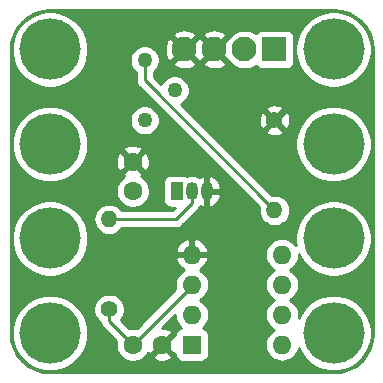
<source format=gbr>
G04 #@! TF.GenerationSoftware,KiCad,Pcbnew,(5.1.4)-1*
G04 #@! TF.CreationDate,2019-11-07T18:26:40-06:00*
G04 #@! TF.ProjectId,SensorBoard,53656e73-6f72-4426-9f61-72642e6b6963,rev?*
G04 #@! TF.SameCoordinates,Original*
G04 #@! TF.FileFunction,Copper,L2,Bot*
G04 #@! TF.FilePolarity,Positive*
%FSLAX46Y46*%
G04 Gerber Fmt 4.6, Leading zero omitted, Abs format (unit mm)*
G04 Created by KiCad (PCBNEW (5.1.4)-1) date 2019-11-07 18:26:40*
%MOMM*%
%LPD*%
G04 APERTURE LIST*
%ADD10C,5.200000*%
%ADD11O,1.600000X1.600000*%
%ADD12R,1.600000X1.600000*%
%ADD13R,1.050000X1.500000*%
%ADD14O,1.050000X1.500000*%
%ADD15C,1.260000*%
%ADD16O,1.400000X1.400000*%
%ADD17C,1.400000*%
%ADD18C,2.100000*%
%ADD19R,2.100000X2.100000*%
%ADD20C,1.600000*%
%ADD21C,0.250000*%
%ADD22C,0.254000*%
G04 APERTURE END LIST*
D10*
X16000000Y-8000000D03*
X16000000Y-16000000D03*
X16000000Y-24000000D03*
X16000000Y0D03*
X-8000000Y-16000000D03*
X-8000000Y-8000000D03*
X-8000000Y0D03*
X-8000000Y-24000000D03*
D11*
X11620000Y-25000000D03*
X4000000Y-17380000D03*
X11620000Y-22460000D03*
X4000000Y-19920000D03*
X11620000Y-19920000D03*
X4000000Y-22460000D03*
X11620000Y-17380000D03*
D12*
X4000000Y-25000000D03*
D13*
X2730000Y-12000000D03*
D14*
X5270000Y-12000000D03*
X4000000Y-12000000D03*
D15*
X0Y-6000000D03*
X2540000Y-3460000D03*
X0Y-920000D03*
D16*
X11000000Y-13620000D03*
D17*
X11000000Y-6000000D03*
D16*
X-3000000Y-14380000D03*
D17*
X-3000000Y-22000000D03*
D18*
X3380000Y0D03*
X5920000Y0D03*
X8460000Y0D03*
D19*
X11000000Y0D03*
D20*
X1500000Y-25000000D03*
X-1000000Y-25000000D03*
X-1000000Y-9500000D03*
X-1000000Y-12000000D03*
D21*
X-3000000Y-23000000D02*
X-1000000Y-25000000D01*
X-3000000Y-22000000D02*
X-3000000Y-23000000D01*
X4000000Y-20000000D02*
X4000000Y-19920000D01*
X-1000000Y-25000000D02*
X4000000Y-20000000D01*
X-2010051Y-14380000D02*
X-3000000Y-14380000D01*
X2620000Y-14380000D02*
X-2010051Y-14380000D01*
X4000000Y-13000000D02*
X2620000Y-14380000D01*
X4000000Y-12000000D02*
X4000000Y-13000000D01*
X0Y-2620000D02*
X0Y-920000D01*
X11000000Y-13620000D02*
X0Y-2620000D01*
D22*
G36*
X16648126Y3273286D02*
G01*
X17271572Y3085057D01*
X17846579Y2779319D01*
X18351247Y2367721D01*
X18766362Y1865933D01*
X19076105Y1293076D01*
X19268682Y670961D01*
X19340000Y-7584D01*
X19340001Y-23967711D01*
X19273286Y-24648126D01*
X19085057Y-25271570D01*
X18779323Y-25846573D01*
X18367721Y-26351248D01*
X17865933Y-26766362D01*
X17293077Y-27076104D01*
X16670961Y-27268682D01*
X15992417Y-27340000D01*
X-7967721Y-27340000D01*
X-8648126Y-27273286D01*
X-9271570Y-27085057D01*
X-9846573Y-26779323D01*
X-10351248Y-26367721D01*
X-10766362Y-25865933D01*
X-11076104Y-25293077D01*
X-11268682Y-24670961D01*
X-11340000Y-23992417D01*
X-11340000Y-23681380D01*
X-11235000Y-23681380D01*
X-11235000Y-24318620D01*
X-11110681Y-24943615D01*
X-10866820Y-25532347D01*
X-10512789Y-26062192D01*
X-10062192Y-26512789D01*
X-9532347Y-26866820D01*
X-8943615Y-27110681D01*
X-8318620Y-27235000D01*
X-7681380Y-27235000D01*
X-7056385Y-27110681D01*
X-6467653Y-26866820D01*
X-5937808Y-26512789D01*
X-5487211Y-26062192D01*
X-5133180Y-25532347D01*
X-4889319Y-24943615D01*
X-4765000Y-24318620D01*
X-4765000Y-23681380D01*
X-4889319Y-23056385D01*
X-5133180Y-22467653D01*
X-5487211Y-21937808D01*
X-5556505Y-21868514D01*
X-4335000Y-21868514D01*
X-4335000Y-22131486D01*
X-4283696Y-22389405D01*
X-4183061Y-22632359D01*
X-4036962Y-22851013D01*
X-3851013Y-23036962D01*
X-3753626Y-23102033D01*
X-3749002Y-23148985D01*
X-3705546Y-23292246D01*
X-3634974Y-23424276D01*
X-3579836Y-23491461D01*
X-3540000Y-23540001D01*
X-3511002Y-23563799D01*
X-2398688Y-24676114D01*
X-2435000Y-24858665D01*
X-2435000Y-25141335D01*
X-2379853Y-25418574D01*
X-2271680Y-25679727D01*
X-2114637Y-25914759D01*
X-1914759Y-26114637D01*
X-1679727Y-26271680D01*
X-1418574Y-26379853D01*
X-1141335Y-26435000D01*
X-858665Y-26435000D01*
X-581426Y-26379853D01*
X-320273Y-26271680D01*
X-85241Y-26114637D01*
X36694Y-25992702D01*
X686903Y-25992702D01*
X758486Y-26236671D01*
X1013996Y-26357571D01*
X1288184Y-26426300D01*
X1570512Y-26440217D01*
X1850130Y-26398787D01*
X2116292Y-26303603D01*
X2241514Y-26236671D01*
X2313097Y-25992702D01*
X1500000Y-25179605D01*
X686903Y-25992702D01*
X36694Y-25992702D01*
X114637Y-25914759D01*
X248692Y-25714131D01*
X263329Y-25741514D01*
X507298Y-25813097D01*
X1320395Y-25000000D01*
X1306253Y-24985858D01*
X1485858Y-24806253D01*
X1500000Y-24820395D01*
X2313097Y-24007298D01*
X2241514Y-23763329D01*
X1986004Y-23642429D01*
X1711816Y-23573700D01*
X1511000Y-23563801D01*
X2563145Y-22511657D01*
X2585764Y-22741309D01*
X2667818Y-23011808D01*
X2801068Y-23261101D01*
X2980392Y-23479608D01*
X3093482Y-23572419D01*
X3075518Y-23574188D01*
X2955820Y-23610498D01*
X2845506Y-23669463D01*
X2748815Y-23748815D01*
X2669463Y-23845506D01*
X2610498Y-23955820D01*
X2574188Y-24075518D01*
X2561928Y-24200000D01*
X2561928Y-24207215D01*
X2492702Y-24186903D01*
X1679605Y-25000000D01*
X2492702Y-25813097D01*
X2561928Y-25792785D01*
X2561928Y-25800000D01*
X2574188Y-25924482D01*
X2610498Y-26044180D01*
X2669463Y-26154494D01*
X2748815Y-26251185D01*
X2845506Y-26330537D01*
X2955820Y-26389502D01*
X3075518Y-26425812D01*
X3200000Y-26438072D01*
X4800000Y-26438072D01*
X4924482Y-26425812D01*
X5044180Y-26389502D01*
X5154494Y-26330537D01*
X5251185Y-26251185D01*
X5330537Y-26154494D01*
X5389502Y-26044180D01*
X5425812Y-25924482D01*
X5438072Y-25800000D01*
X5438072Y-24200000D01*
X5425812Y-24075518D01*
X5389502Y-23955820D01*
X5330537Y-23845506D01*
X5251185Y-23748815D01*
X5154494Y-23669463D01*
X5044180Y-23610498D01*
X4924482Y-23574188D01*
X4906518Y-23572419D01*
X5019608Y-23479608D01*
X5198932Y-23261101D01*
X5332182Y-23011808D01*
X5414236Y-22741309D01*
X5441943Y-22460000D01*
X5414236Y-22178691D01*
X5332182Y-21908192D01*
X5198932Y-21658899D01*
X5019608Y-21440392D01*
X4801101Y-21261068D01*
X4668142Y-21190000D01*
X4801101Y-21118932D01*
X5019608Y-20939608D01*
X5198932Y-20721101D01*
X5332182Y-20471808D01*
X5414236Y-20201309D01*
X5441943Y-19920000D01*
X5414236Y-19638691D01*
X5332182Y-19368192D01*
X5198932Y-19118899D01*
X5019608Y-18900392D01*
X4801101Y-18721068D01*
X4663318Y-18647421D01*
X4855131Y-18532385D01*
X5063519Y-18343414D01*
X5231037Y-18117420D01*
X5351246Y-17863087D01*
X5391904Y-17729039D01*
X5269915Y-17507000D01*
X4127000Y-17507000D01*
X4127000Y-17527000D01*
X3873000Y-17527000D01*
X3873000Y-17507000D01*
X2730085Y-17507000D01*
X2608096Y-17729039D01*
X2648754Y-17863087D01*
X2768963Y-18117420D01*
X2936481Y-18343414D01*
X3144869Y-18532385D01*
X3336682Y-18647421D01*
X3198899Y-18721068D01*
X2980392Y-18900392D01*
X2801068Y-19118899D01*
X2667818Y-19368192D01*
X2585764Y-19638691D01*
X2558057Y-19920000D01*
X2585764Y-20201309D01*
X2617912Y-20307287D01*
X-676113Y-23601312D01*
X-858665Y-23565000D01*
X-1141335Y-23565000D01*
X-1323886Y-23601312D01*
X-2018612Y-22906587D01*
X-1963038Y-22851013D01*
X-1816939Y-22632359D01*
X-1716304Y-22389405D01*
X-1665000Y-22131486D01*
X-1665000Y-21868514D01*
X-1716304Y-21610595D01*
X-1816939Y-21367641D01*
X-1963038Y-21148987D01*
X-2148987Y-20963038D01*
X-2367641Y-20816939D01*
X-2610595Y-20716304D01*
X-2868514Y-20665000D01*
X-3131486Y-20665000D01*
X-3389405Y-20716304D01*
X-3632359Y-20816939D01*
X-3851013Y-20963038D01*
X-4036962Y-21148987D01*
X-4183061Y-21367641D01*
X-4283696Y-21610595D01*
X-4335000Y-21868514D01*
X-5556505Y-21868514D01*
X-5937808Y-21487211D01*
X-6467653Y-21133180D01*
X-7056385Y-20889319D01*
X-7681380Y-20765000D01*
X-8318620Y-20765000D01*
X-8943615Y-20889319D01*
X-9532347Y-21133180D01*
X-10062192Y-21487211D01*
X-10512789Y-21937808D01*
X-10866820Y-22467653D01*
X-11110681Y-23056385D01*
X-11235000Y-23681380D01*
X-11340000Y-23681380D01*
X-11340000Y-15681380D01*
X-11235000Y-15681380D01*
X-11235000Y-16318620D01*
X-11110681Y-16943615D01*
X-10866820Y-17532347D01*
X-10512789Y-18062192D01*
X-10062192Y-18512789D01*
X-9532347Y-18866820D01*
X-8943615Y-19110681D01*
X-8318620Y-19235000D01*
X-7681380Y-19235000D01*
X-7056385Y-19110681D01*
X-6467653Y-18866820D01*
X-5937808Y-18512789D01*
X-5487211Y-18062192D01*
X-5133180Y-17532347D01*
X-5070076Y-17380000D01*
X10178057Y-17380000D01*
X10205764Y-17661309D01*
X10287818Y-17931808D01*
X10421068Y-18181101D01*
X10600392Y-18399608D01*
X10818899Y-18578932D01*
X10951858Y-18650000D01*
X10818899Y-18721068D01*
X10600392Y-18900392D01*
X10421068Y-19118899D01*
X10287818Y-19368192D01*
X10205764Y-19638691D01*
X10178057Y-19920000D01*
X10205764Y-20201309D01*
X10287818Y-20471808D01*
X10421068Y-20721101D01*
X10600392Y-20939608D01*
X10818899Y-21118932D01*
X10951858Y-21190000D01*
X10818899Y-21261068D01*
X10600392Y-21440392D01*
X10421068Y-21658899D01*
X10287818Y-21908192D01*
X10205764Y-22178691D01*
X10178057Y-22460000D01*
X10205764Y-22741309D01*
X10287818Y-23011808D01*
X10421068Y-23261101D01*
X10600392Y-23479608D01*
X10818899Y-23658932D01*
X10951858Y-23730000D01*
X10818899Y-23801068D01*
X10600392Y-23980392D01*
X10421068Y-24198899D01*
X10287818Y-24448192D01*
X10205764Y-24718691D01*
X10178057Y-25000000D01*
X10205764Y-25281309D01*
X10287818Y-25551808D01*
X10421068Y-25801101D01*
X10600392Y-26019608D01*
X10818899Y-26198932D01*
X11068192Y-26332182D01*
X11338691Y-26414236D01*
X11549508Y-26435000D01*
X11690492Y-26435000D01*
X11901309Y-26414236D01*
X12171808Y-26332182D01*
X12421101Y-26198932D01*
X12639608Y-26019608D01*
X12818932Y-25801101D01*
X12952182Y-25551808D01*
X13032106Y-25288332D01*
X13133180Y-25532347D01*
X13487211Y-26062192D01*
X13937808Y-26512789D01*
X14467653Y-26866820D01*
X15056385Y-27110681D01*
X15681380Y-27235000D01*
X16318620Y-27235000D01*
X16943615Y-27110681D01*
X17532347Y-26866820D01*
X18062192Y-26512789D01*
X18512789Y-26062192D01*
X18866820Y-25532347D01*
X19110681Y-24943615D01*
X19235000Y-24318620D01*
X19235000Y-23681380D01*
X19110681Y-23056385D01*
X18866820Y-22467653D01*
X18512789Y-21937808D01*
X18062192Y-21487211D01*
X17532347Y-21133180D01*
X16943615Y-20889319D01*
X16318620Y-20765000D01*
X15681380Y-20765000D01*
X15056385Y-20889319D01*
X14467653Y-21133180D01*
X13937808Y-21487211D01*
X13487211Y-21937808D01*
X13133180Y-22467653D01*
X13038731Y-22695673D01*
X13061943Y-22460000D01*
X13034236Y-22178691D01*
X12952182Y-21908192D01*
X12818932Y-21658899D01*
X12639608Y-21440392D01*
X12421101Y-21261068D01*
X12288142Y-21190000D01*
X12421101Y-21118932D01*
X12639608Y-20939608D01*
X12818932Y-20721101D01*
X12952182Y-20471808D01*
X13034236Y-20201309D01*
X13061943Y-19920000D01*
X13034236Y-19638691D01*
X12952182Y-19368192D01*
X12818932Y-19118899D01*
X12639608Y-18900392D01*
X12421101Y-18721068D01*
X12288142Y-18650000D01*
X12421101Y-18578932D01*
X12639608Y-18399608D01*
X12818932Y-18181101D01*
X12952182Y-17931808D01*
X13034236Y-17661309D01*
X13061943Y-17380000D01*
X13059406Y-17354241D01*
X13133180Y-17532347D01*
X13487211Y-18062192D01*
X13937808Y-18512789D01*
X14467653Y-18866820D01*
X15056385Y-19110681D01*
X15681380Y-19235000D01*
X16318620Y-19235000D01*
X16943615Y-19110681D01*
X17532347Y-18866820D01*
X18062192Y-18512789D01*
X18512789Y-18062192D01*
X18866820Y-17532347D01*
X19110681Y-16943615D01*
X19235000Y-16318620D01*
X19235000Y-15681380D01*
X19110681Y-15056385D01*
X18866820Y-14467653D01*
X18512789Y-13937808D01*
X18062192Y-13487211D01*
X17532347Y-13133180D01*
X16943615Y-12889319D01*
X16318620Y-12765000D01*
X15681380Y-12765000D01*
X15056385Y-12889319D01*
X14467653Y-13133180D01*
X13937808Y-13487211D01*
X13487211Y-13937808D01*
X13133180Y-14467653D01*
X12889319Y-15056385D01*
X12765000Y-15681380D01*
X12765000Y-16318620D01*
X12816082Y-16575426D01*
X12639608Y-16360392D01*
X12421101Y-16181068D01*
X12171808Y-16047818D01*
X11901309Y-15965764D01*
X11690492Y-15945000D01*
X11549508Y-15945000D01*
X11338691Y-15965764D01*
X11068192Y-16047818D01*
X10818899Y-16181068D01*
X10600392Y-16360392D01*
X10421068Y-16578899D01*
X10287818Y-16828192D01*
X10205764Y-17098691D01*
X10178057Y-17380000D01*
X-5070076Y-17380000D01*
X-4925499Y-17030961D01*
X2608096Y-17030961D01*
X2730085Y-17253000D01*
X3873000Y-17253000D01*
X3873000Y-16109376D01*
X4127000Y-16109376D01*
X4127000Y-17253000D01*
X5269915Y-17253000D01*
X5391904Y-17030961D01*
X5351246Y-16896913D01*
X5231037Y-16642580D01*
X5063519Y-16416586D01*
X4855131Y-16227615D01*
X4613881Y-16082930D01*
X4349040Y-15988091D01*
X4127000Y-16109376D01*
X3873000Y-16109376D01*
X3650960Y-15988091D01*
X3386119Y-16082930D01*
X3144869Y-16227615D01*
X2936481Y-16416586D01*
X2768963Y-16642580D01*
X2648754Y-16896913D01*
X2608096Y-17030961D01*
X-4925499Y-17030961D01*
X-4889319Y-16943615D01*
X-4765000Y-16318620D01*
X-4765000Y-15681380D01*
X-4889319Y-15056385D01*
X-5133180Y-14467653D01*
X-5191747Y-14380000D01*
X-4341459Y-14380000D01*
X-4315683Y-14641706D01*
X-4239347Y-14893354D01*
X-4115382Y-15125275D01*
X-3948555Y-15328555D01*
X-3745275Y-15495382D01*
X-3513354Y-15619347D01*
X-3261706Y-15695683D01*
X-3065579Y-15715000D01*
X-2934421Y-15715000D01*
X-2738294Y-15695683D01*
X-2486646Y-15619347D01*
X-2254725Y-15495382D01*
X-2051445Y-15328555D01*
X-1896702Y-15140000D01*
X2582678Y-15140000D01*
X2620000Y-15143676D01*
X2657322Y-15140000D01*
X2657333Y-15140000D01*
X2768986Y-15129003D01*
X2912247Y-15085546D01*
X3044276Y-15014974D01*
X3160001Y-14920001D01*
X3183804Y-14890997D01*
X4511003Y-13563799D01*
X4540001Y-13540001D01*
X4634974Y-13424276D01*
X4705546Y-13292247D01*
X4717431Y-13253065D01*
X4902663Y-13335272D01*
X4964190Y-13343964D01*
X5143000Y-13218163D01*
X5143000Y-12453108D01*
X5143215Y-12452399D01*
X5160000Y-12281978D01*
X5160000Y-12127000D01*
X5397000Y-12127000D01*
X5397000Y-13218163D01*
X5575810Y-13343964D01*
X5637337Y-13335272D01*
X5846882Y-13242275D01*
X6034258Y-13110184D01*
X6192264Y-12944076D01*
X6314828Y-12750334D01*
X6397239Y-12536404D01*
X6436331Y-12310507D01*
X6276598Y-12127000D01*
X5397000Y-12127000D01*
X5160000Y-12127000D01*
X5160000Y-11718021D01*
X5143215Y-11547600D01*
X5143000Y-11546891D01*
X5143000Y-10781837D01*
X5397000Y-10781837D01*
X5397000Y-11873000D01*
X6276598Y-11873000D01*
X6436331Y-11689493D01*
X6397239Y-11463596D01*
X6314828Y-11249666D01*
X6192264Y-11055924D01*
X6034258Y-10889816D01*
X5846882Y-10757725D01*
X5637337Y-10664728D01*
X5575810Y-10656036D01*
X5397000Y-10781837D01*
X5143000Y-10781837D01*
X4964190Y-10656036D01*
X4902663Y-10664728D01*
X4693118Y-10757725D01*
X4634669Y-10798929D01*
X4446059Y-10698115D01*
X4227399Y-10631785D01*
X4000000Y-10609388D01*
X3772600Y-10631785D01*
X3563902Y-10695093D01*
X3499180Y-10660498D01*
X3379482Y-10624188D01*
X3255000Y-10611928D01*
X2205000Y-10611928D01*
X2080518Y-10624188D01*
X1960820Y-10660498D01*
X1850506Y-10719463D01*
X1753815Y-10798815D01*
X1674463Y-10895506D01*
X1615498Y-11005820D01*
X1579188Y-11125518D01*
X1566928Y-11250000D01*
X1566928Y-12750000D01*
X1579188Y-12874482D01*
X1615498Y-12994180D01*
X1674463Y-13104494D01*
X1753815Y-13201185D01*
X1850506Y-13280537D01*
X1960820Y-13339502D01*
X2080518Y-13375812D01*
X2205000Y-13388072D01*
X2537127Y-13388072D01*
X2305199Y-13620000D01*
X-1896702Y-13620000D01*
X-2051445Y-13431445D01*
X-2254725Y-13264618D01*
X-2486646Y-13140653D01*
X-2738294Y-13064317D01*
X-2934421Y-13045000D01*
X-3065579Y-13045000D01*
X-3261706Y-13064317D01*
X-3513354Y-13140653D01*
X-3745275Y-13264618D01*
X-3948555Y-13431445D01*
X-4115382Y-13634725D01*
X-4239347Y-13866646D01*
X-4315683Y-14118294D01*
X-4341459Y-14380000D01*
X-5191747Y-14380000D01*
X-5487211Y-13937808D01*
X-5937808Y-13487211D01*
X-6467653Y-13133180D01*
X-7056385Y-12889319D01*
X-7681380Y-12765000D01*
X-8318620Y-12765000D01*
X-8943615Y-12889319D01*
X-9532347Y-13133180D01*
X-10062192Y-13487211D01*
X-10512789Y-13937808D01*
X-10866820Y-14467653D01*
X-11110681Y-15056385D01*
X-11235000Y-15681380D01*
X-11340000Y-15681380D01*
X-11340000Y-11858665D01*
X-2435000Y-11858665D01*
X-2435000Y-12141335D01*
X-2379853Y-12418574D01*
X-2271680Y-12679727D01*
X-2114637Y-12914759D01*
X-1914759Y-13114637D01*
X-1679727Y-13271680D01*
X-1418574Y-13379853D01*
X-1141335Y-13435000D01*
X-858665Y-13435000D01*
X-581426Y-13379853D01*
X-320273Y-13271680D01*
X-85241Y-13114637D01*
X114637Y-12914759D01*
X271680Y-12679727D01*
X379853Y-12418574D01*
X435000Y-12141335D01*
X435000Y-11858665D01*
X379853Y-11581426D01*
X271680Y-11320273D01*
X114637Y-11085241D01*
X-85241Y-10885363D01*
X-285869Y-10751308D01*
X-258486Y-10736671D01*
X-186903Y-10492702D01*
X-1000000Y-9679605D01*
X-1813097Y-10492702D01*
X-1741514Y-10736671D01*
X-1712659Y-10750324D01*
X-1914759Y-10885363D01*
X-2114637Y-11085241D01*
X-2271680Y-11320273D01*
X-2379853Y-11581426D01*
X-2435000Y-11858665D01*
X-11340000Y-11858665D01*
X-11340000Y-7681380D01*
X-11235000Y-7681380D01*
X-11235000Y-8318620D01*
X-11110681Y-8943615D01*
X-10866820Y-9532347D01*
X-10512789Y-10062192D01*
X-10062192Y-10512789D01*
X-9532347Y-10866820D01*
X-8943615Y-11110681D01*
X-8318620Y-11235000D01*
X-7681380Y-11235000D01*
X-7056385Y-11110681D01*
X-6467653Y-10866820D01*
X-5937808Y-10512789D01*
X-5487211Y-10062192D01*
X-5158682Y-9570512D01*
X-2440217Y-9570512D01*
X-2398787Y-9850130D01*
X-2303603Y-10116292D01*
X-2236671Y-10241514D01*
X-1992702Y-10313097D01*
X-1179605Y-9500000D01*
X-820395Y-9500000D01*
X-7298Y-10313097D01*
X236671Y-10241514D01*
X357571Y-9986004D01*
X426300Y-9711816D01*
X440217Y-9429488D01*
X398787Y-9149870D01*
X303603Y-8883708D01*
X236671Y-8758486D01*
X-7298Y-8686903D01*
X-820395Y-9500000D01*
X-1179605Y-9500000D01*
X-1992702Y-8686903D01*
X-2236671Y-8758486D01*
X-2357571Y-9013996D01*
X-2426300Y-9288184D01*
X-2440217Y-9570512D01*
X-5158682Y-9570512D01*
X-5133180Y-9532347D01*
X-4889319Y-8943615D01*
X-4802531Y-8507298D01*
X-1813097Y-8507298D01*
X-1000000Y-9320395D01*
X-186903Y-8507298D01*
X-258486Y-8263329D01*
X-513996Y-8142429D01*
X-788184Y-8073700D01*
X-1070512Y-8059783D01*
X-1350130Y-8101213D01*
X-1616292Y-8196397D01*
X-1741514Y-8263329D01*
X-1813097Y-8507298D01*
X-4802531Y-8507298D01*
X-4765000Y-8318620D01*
X-4765000Y-7681380D01*
X-4889319Y-7056385D01*
X-5133180Y-6467653D01*
X-5487211Y-5937808D01*
X-5549611Y-5875408D01*
X-1265000Y-5875408D01*
X-1265000Y-6124592D01*
X-1216387Y-6368987D01*
X-1121029Y-6599202D01*
X-982590Y-6806391D01*
X-806391Y-6982590D01*
X-599202Y-7121029D01*
X-368987Y-7216387D01*
X-124592Y-7265000D01*
X124592Y-7265000D01*
X368987Y-7216387D01*
X599202Y-7121029D01*
X806391Y-6982590D01*
X982590Y-6806391D01*
X1121029Y-6599202D01*
X1216387Y-6368987D01*
X1265000Y-6124592D01*
X1265000Y-5875408D01*
X1216387Y-5631013D01*
X1121029Y-5400798D01*
X982590Y-5193609D01*
X806391Y-5017410D01*
X599202Y-4878971D01*
X368987Y-4783613D01*
X124592Y-4735000D01*
X-124592Y-4735000D01*
X-368987Y-4783613D01*
X-599202Y-4878971D01*
X-806391Y-5017410D01*
X-982590Y-5193609D01*
X-1121029Y-5400798D01*
X-1216387Y-5631013D01*
X-1265000Y-5875408D01*
X-5549611Y-5875408D01*
X-5937808Y-5487211D01*
X-6467653Y-5133180D01*
X-7056385Y-4889319D01*
X-7681380Y-4765000D01*
X-8318620Y-4765000D01*
X-8943615Y-4889319D01*
X-9532347Y-5133180D01*
X-10062192Y-5487211D01*
X-10512789Y-5937808D01*
X-10866820Y-6467653D01*
X-11110681Y-7056385D01*
X-11235000Y-7681380D01*
X-11340000Y-7681380D01*
X-11340000Y-32278D01*
X-11305595Y318620D01*
X-11235000Y318620D01*
X-11235000Y-318620D01*
X-11110681Y-943615D01*
X-10866820Y-1532347D01*
X-10512789Y-2062192D01*
X-10062192Y-2512789D01*
X-9532347Y-2866820D01*
X-8943615Y-3110681D01*
X-8318620Y-3235000D01*
X-7681380Y-3235000D01*
X-7056385Y-3110681D01*
X-6467653Y-2866820D01*
X-5937808Y-2512789D01*
X-5487211Y-2062192D01*
X-5133180Y-1532347D01*
X-4889319Y-943615D01*
X-4859839Y-795408D01*
X-1265000Y-795408D01*
X-1265000Y-1044592D01*
X-1216387Y-1288987D01*
X-1121029Y-1519202D01*
X-982590Y-1726391D01*
X-806391Y-1902590D01*
X-760000Y-1933588D01*
X-760000Y-2582677D01*
X-763676Y-2620000D01*
X-760000Y-2657322D01*
X-760000Y-2657332D01*
X-749003Y-2768985D01*
X-705546Y-2912246D01*
X-634974Y-3044276D01*
X-596617Y-3091013D01*
X-540001Y-3160001D01*
X-510997Y-3183804D01*
X9682450Y-13377252D01*
X9658541Y-13620000D01*
X9684317Y-13881706D01*
X9760653Y-14133354D01*
X9884618Y-14365275D01*
X10051445Y-14568555D01*
X10254725Y-14735382D01*
X10486646Y-14859347D01*
X10738294Y-14935683D01*
X10934421Y-14955000D01*
X11065579Y-14955000D01*
X11261706Y-14935683D01*
X11513354Y-14859347D01*
X11745275Y-14735382D01*
X11948555Y-14568555D01*
X12115382Y-14365275D01*
X12239347Y-14133354D01*
X12315683Y-13881706D01*
X12341459Y-13620000D01*
X12315683Y-13358294D01*
X12239347Y-13106646D01*
X12115382Y-12874725D01*
X11948555Y-12671445D01*
X11745275Y-12504618D01*
X11513354Y-12380653D01*
X11261706Y-12304317D01*
X11065579Y-12285000D01*
X10934421Y-12285000D01*
X10757252Y-12302450D01*
X6136182Y-7681380D01*
X12765000Y-7681380D01*
X12765000Y-8318620D01*
X12889319Y-8943615D01*
X13133180Y-9532347D01*
X13487211Y-10062192D01*
X13937808Y-10512789D01*
X14467653Y-10866820D01*
X15056385Y-11110681D01*
X15681380Y-11235000D01*
X16318620Y-11235000D01*
X16943615Y-11110681D01*
X17532347Y-10866820D01*
X18062192Y-10512789D01*
X18512789Y-10062192D01*
X18866820Y-9532347D01*
X19110681Y-8943615D01*
X19235000Y-8318620D01*
X19235000Y-7681380D01*
X19110681Y-7056385D01*
X18866820Y-6467653D01*
X18512789Y-5937808D01*
X18062192Y-5487211D01*
X17532347Y-5133180D01*
X16943615Y-4889319D01*
X16318620Y-4765000D01*
X15681380Y-4765000D01*
X15056385Y-4889319D01*
X14467653Y-5133180D01*
X13937808Y-5487211D01*
X13487211Y-5937808D01*
X13133180Y-6467653D01*
X12889319Y-7056385D01*
X12765000Y-7681380D01*
X6136182Y-7681380D01*
X5376071Y-6921269D01*
X10258336Y-6921269D01*
X10317797Y-7155037D01*
X10556242Y-7265934D01*
X10811740Y-7328183D01*
X11074473Y-7339390D01*
X11334344Y-7299125D01*
X11581366Y-7208935D01*
X11682203Y-7155037D01*
X11741664Y-6921269D01*
X11000000Y-6179605D01*
X10258336Y-6921269D01*
X5376071Y-6921269D01*
X4529275Y-6074473D01*
X9660610Y-6074473D01*
X9700875Y-6334344D01*
X9791065Y-6581366D01*
X9844963Y-6682203D01*
X10078731Y-6741664D01*
X10820395Y-6000000D01*
X11179605Y-6000000D01*
X11921269Y-6741664D01*
X12155037Y-6682203D01*
X12265934Y-6443758D01*
X12328183Y-6188260D01*
X12339390Y-5925527D01*
X12299125Y-5665656D01*
X12208935Y-5418634D01*
X12155037Y-5317797D01*
X11921269Y-5258336D01*
X11179605Y-6000000D01*
X10820395Y-6000000D01*
X10078731Y-5258336D01*
X9844963Y-5317797D01*
X9734066Y-5556242D01*
X9671817Y-5811740D01*
X9660610Y-6074473D01*
X4529275Y-6074473D01*
X3533533Y-5078731D01*
X10258336Y-5078731D01*
X11000000Y-5820395D01*
X11741664Y-5078731D01*
X11682203Y-4844963D01*
X11443758Y-4734066D01*
X11188260Y-4671817D01*
X10925527Y-4660610D01*
X10665656Y-4700875D01*
X10418634Y-4791065D01*
X10317797Y-4844963D01*
X10258336Y-5078731D01*
X3533533Y-5078731D01*
X3066107Y-4611306D01*
X3139202Y-4581029D01*
X3346391Y-4442590D01*
X3522590Y-4266391D01*
X3661029Y-4059202D01*
X3756387Y-3828987D01*
X3805000Y-3584592D01*
X3805000Y-3335408D01*
X3756387Y-3091013D01*
X3661029Y-2860798D01*
X3522590Y-2653609D01*
X3346391Y-2477410D01*
X3139202Y-2338971D01*
X2908987Y-2243613D01*
X2664592Y-2195000D01*
X2415408Y-2195000D01*
X2171013Y-2243613D01*
X1940798Y-2338971D01*
X1733609Y-2477410D01*
X1557410Y-2653609D01*
X1418971Y-2860798D01*
X1388694Y-2933893D01*
X760000Y-2305199D01*
X760000Y-1933587D01*
X806391Y-1902590D01*
X982590Y-1726391D01*
X1121029Y-1519202D01*
X1216387Y-1288987D01*
X1239842Y-1171066D01*
X2388539Y-1171066D01*
X2490339Y-1440579D01*
X2788477Y-1586463D01*
X3109346Y-1671380D01*
X3440617Y-1692066D01*
X3769557Y-1647728D01*
X4083527Y-1540069D01*
X4269661Y-1440579D01*
X4371461Y-1171066D01*
X4928539Y-1171066D01*
X5030339Y-1440579D01*
X5328477Y-1586463D01*
X5649346Y-1671380D01*
X5980617Y-1692066D01*
X6309557Y-1647728D01*
X6623527Y-1540069D01*
X6809661Y-1440579D01*
X6911461Y-1171066D01*
X5920000Y-179605D01*
X4928539Y-1171066D01*
X4371461Y-1171066D01*
X3380000Y-179605D01*
X2388539Y-1171066D01*
X1239842Y-1171066D01*
X1265000Y-1044592D01*
X1265000Y-795408D01*
X1216387Y-551013D01*
X1121029Y-320798D01*
X982590Y-113609D01*
X929598Y-60617D01*
X1687934Y-60617D01*
X1732272Y-389557D01*
X1839931Y-703527D01*
X1939421Y-889661D01*
X2208934Y-991461D01*
X3200395Y0D01*
X3559605Y0D01*
X4551066Y-991461D01*
X4650000Y-954092D01*
X4748934Y-991461D01*
X5740395Y0D01*
X6099605Y0D01*
X7091066Y-991461D01*
X7094958Y-989991D01*
X7151175Y-1074125D01*
X7385875Y-1308825D01*
X7661853Y-1493228D01*
X7968504Y-1620246D01*
X8294042Y-1685000D01*
X8625958Y-1685000D01*
X8951496Y-1620246D01*
X9258147Y-1493228D01*
X9411958Y-1390454D01*
X9419463Y-1404494D01*
X9498815Y-1501185D01*
X9595506Y-1580537D01*
X9705820Y-1639502D01*
X9825518Y-1675812D01*
X9950000Y-1688072D01*
X12050000Y-1688072D01*
X12174482Y-1675812D01*
X12294180Y-1639502D01*
X12404494Y-1580537D01*
X12501185Y-1501185D01*
X12580537Y-1404494D01*
X12639502Y-1294180D01*
X12675812Y-1174482D01*
X12688072Y-1050000D01*
X12688072Y318620D01*
X12765000Y318620D01*
X12765000Y-318620D01*
X12889319Y-943615D01*
X13133180Y-1532347D01*
X13487211Y-2062192D01*
X13937808Y-2512789D01*
X14467653Y-2866820D01*
X15056385Y-3110681D01*
X15681380Y-3235000D01*
X16318620Y-3235000D01*
X16943615Y-3110681D01*
X17532347Y-2866820D01*
X18062192Y-2512789D01*
X18512789Y-2062192D01*
X18866820Y-1532347D01*
X19110681Y-943615D01*
X19235000Y-318620D01*
X19235000Y318620D01*
X19110681Y943615D01*
X18866820Y1532347D01*
X18512789Y2062192D01*
X18062192Y2512789D01*
X17532347Y2866820D01*
X16943615Y3110681D01*
X16318620Y3235000D01*
X15681380Y3235000D01*
X15056385Y3110681D01*
X14467653Y2866820D01*
X13937808Y2512789D01*
X13487211Y2062192D01*
X13133180Y1532347D01*
X12889319Y943615D01*
X12765000Y318620D01*
X12688072Y318620D01*
X12688072Y1050000D01*
X12675812Y1174482D01*
X12639502Y1294180D01*
X12580537Y1404494D01*
X12501185Y1501185D01*
X12404494Y1580537D01*
X12294180Y1639502D01*
X12174482Y1675812D01*
X12050000Y1688072D01*
X9950000Y1688072D01*
X9825518Y1675812D01*
X9705820Y1639502D01*
X9595506Y1580537D01*
X9498815Y1501185D01*
X9419463Y1404494D01*
X9411958Y1390454D01*
X9258147Y1493228D01*
X8951496Y1620246D01*
X8625958Y1685000D01*
X8294042Y1685000D01*
X7968504Y1620246D01*
X7661853Y1493228D01*
X7385875Y1308825D01*
X7151175Y1074125D01*
X7094958Y989991D01*
X7091066Y991461D01*
X6099605Y0D01*
X5740395Y0D01*
X4748934Y991461D01*
X4650000Y954092D01*
X4551066Y991461D01*
X3559605Y0D01*
X3200395Y0D01*
X2208934Y991461D01*
X1939421Y889661D01*
X1793537Y591523D01*
X1708620Y270654D01*
X1687934Y-60617D01*
X929598Y-60617D01*
X806391Y62590D01*
X599202Y201029D01*
X368987Y296387D01*
X124592Y345000D01*
X-124592Y345000D01*
X-368987Y296387D01*
X-599202Y201029D01*
X-806391Y62590D01*
X-982590Y-113609D01*
X-1121029Y-320798D01*
X-1216387Y-551013D01*
X-1265000Y-795408D01*
X-4859839Y-795408D01*
X-4765000Y-318620D01*
X-4765000Y318620D01*
X-4889319Y943615D01*
X-4983532Y1171066D01*
X2388539Y1171066D01*
X3380000Y179605D01*
X4371461Y1171066D01*
X4928539Y1171066D01*
X5920000Y179605D01*
X6911461Y1171066D01*
X6809661Y1440579D01*
X6511523Y1586463D01*
X6190654Y1671380D01*
X5859383Y1692066D01*
X5530443Y1647728D01*
X5216473Y1540069D01*
X5030339Y1440579D01*
X4928539Y1171066D01*
X4371461Y1171066D01*
X4269661Y1440579D01*
X3971523Y1586463D01*
X3650654Y1671380D01*
X3319383Y1692066D01*
X2990443Y1647728D01*
X2676473Y1540069D01*
X2490339Y1440579D01*
X2388539Y1171066D01*
X-4983532Y1171066D01*
X-5133180Y1532347D01*
X-5487211Y2062192D01*
X-5937808Y2512789D01*
X-6467653Y2866820D01*
X-7056385Y3110681D01*
X-7681380Y3235000D01*
X-8318620Y3235000D01*
X-8943615Y3110681D01*
X-9532347Y2866820D01*
X-10062192Y2512789D01*
X-10512789Y2062192D01*
X-10866820Y1532347D01*
X-11110681Y943615D01*
X-11235000Y318620D01*
X-11305595Y318620D01*
X-11273286Y648126D01*
X-11085057Y1271572D01*
X-10779319Y1846579D01*
X-10367721Y2351247D01*
X-9865933Y2766362D01*
X-9293076Y3076105D01*
X-8670961Y3268682D01*
X-7992416Y3340000D01*
X15967722Y3340000D01*
X16648126Y3273286D01*
X16648126Y3273286D01*
G37*
X16648126Y3273286D02*
X17271572Y3085057D01*
X17846579Y2779319D01*
X18351247Y2367721D01*
X18766362Y1865933D01*
X19076105Y1293076D01*
X19268682Y670961D01*
X19340000Y-7584D01*
X19340001Y-23967711D01*
X19273286Y-24648126D01*
X19085057Y-25271570D01*
X18779323Y-25846573D01*
X18367721Y-26351248D01*
X17865933Y-26766362D01*
X17293077Y-27076104D01*
X16670961Y-27268682D01*
X15992417Y-27340000D01*
X-7967721Y-27340000D01*
X-8648126Y-27273286D01*
X-9271570Y-27085057D01*
X-9846573Y-26779323D01*
X-10351248Y-26367721D01*
X-10766362Y-25865933D01*
X-11076104Y-25293077D01*
X-11268682Y-24670961D01*
X-11340000Y-23992417D01*
X-11340000Y-23681380D01*
X-11235000Y-23681380D01*
X-11235000Y-24318620D01*
X-11110681Y-24943615D01*
X-10866820Y-25532347D01*
X-10512789Y-26062192D01*
X-10062192Y-26512789D01*
X-9532347Y-26866820D01*
X-8943615Y-27110681D01*
X-8318620Y-27235000D01*
X-7681380Y-27235000D01*
X-7056385Y-27110681D01*
X-6467653Y-26866820D01*
X-5937808Y-26512789D01*
X-5487211Y-26062192D01*
X-5133180Y-25532347D01*
X-4889319Y-24943615D01*
X-4765000Y-24318620D01*
X-4765000Y-23681380D01*
X-4889319Y-23056385D01*
X-5133180Y-22467653D01*
X-5487211Y-21937808D01*
X-5556505Y-21868514D01*
X-4335000Y-21868514D01*
X-4335000Y-22131486D01*
X-4283696Y-22389405D01*
X-4183061Y-22632359D01*
X-4036962Y-22851013D01*
X-3851013Y-23036962D01*
X-3753626Y-23102033D01*
X-3749002Y-23148985D01*
X-3705546Y-23292246D01*
X-3634974Y-23424276D01*
X-3579836Y-23491461D01*
X-3540000Y-23540001D01*
X-3511002Y-23563799D01*
X-2398688Y-24676114D01*
X-2435000Y-24858665D01*
X-2435000Y-25141335D01*
X-2379853Y-25418574D01*
X-2271680Y-25679727D01*
X-2114637Y-25914759D01*
X-1914759Y-26114637D01*
X-1679727Y-26271680D01*
X-1418574Y-26379853D01*
X-1141335Y-26435000D01*
X-858665Y-26435000D01*
X-581426Y-26379853D01*
X-320273Y-26271680D01*
X-85241Y-26114637D01*
X36694Y-25992702D01*
X686903Y-25992702D01*
X758486Y-26236671D01*
X1013996Y-26357571D01*
X1288184Y-26426300D01*
X1570512Y-26440217D01*
X1850130Y-26398787D01*
X2116292Y-26303603D01*
X2241514Y-26236671D01*
X2313097Y-25992702D01*
X1500000Y-25179605D01*
X686903Y-25992702D01*
X36694Y-25992702D01*
X114637Y-25914759D01*
X248692Y-25714131D01*
X263329Y-25741514D01*
X507298Y-25813097D01*
X1320395Y-25000000D01*
X1306253Y-24985858D01*
X1485858Y-24806253D01*
X1500000Y-24820395D01*
X2313097Y-24007298D01*
X2241514Y-23763329D01*
X1986004Y-23642429D01*
X1711816Y-23573700D01*
X1511000Y-23563801D01*
X2563145Y-22511657D01*
X2585764Y-22741309D01*
X2667818Y-23011808D01*
X2801068Y-23261101D01*
X2980392Y-23479608D01*
X3093482Y-23572419D01*
X3075518Y-23574188D01*
X2955820Y-23610498D01*
X2845506Y-23669463D01*
X2748815Y-23748815D01*
X2669463Y-23845506D01*
X2610498Y-23955820D01*
X2574188Y-24075518D01*
X2561928Y-24200000D01*
X2561928Y-24207215D01*
X2492702Y-24186903D01*
X1679605Y-25000000D01*
X2492702Y-25813097D01*
X2561928Y-25792785D01*
X2561928Y-25800000D01*
X2574188Y-25924482D01*
X2610498Y-26044180D01*
X2669463Y-26154494D01*
X2748815Y-26251185D01*
X2845506Y-26330537D01*
X2955820Y-26389502D01*
X3075518Y-26425812D01*
X3200000Y-26438072D01*
X4800000Y-26438072D01*
X4924482Y-26425812D01*
X5044180Y-26389502D01*
X5154494Y-26330537D01*
X5251185Y-26251185D01*
X5330537Y-26154494D01*
X5389502Y-26044180D01*
X5425812Y-25924482D01*
X5438072Y-25800000D01*
X5438072Y-24200000D01*
X5425812Y-24075518D01*
X5389502Y-23955820D01*
X5330537Y-23845506D01*
X5251185Y-23748815D01*
X5154494Y-23669463D01*
X5044180Y-23610498D01*
X4924482Y-23574188D01*
X4906518Y-23572419D01*
X5019608Y-23479608D01*
X5198932Y-23261101D01*
X5332182Y-23011808D01*
X5414236Y-22741309D01*
X5441943Y-22460000D01*
X5414236Y-22178691D01*
X5332182Y-21908192D01*
X5198932Y-21658899D01*
X5019608Y-21440392D01*
X4801101Y-21261068D01*
X4668142Y-21190000D01*
X4801101Y-21118932D01*
X5019608Y-20939608D01*
X5198932Y-20721101D01*
X5332182Y-20471808D01*
X5414236Y-20201309D01*
X5441943Y-19920000D01*
X5414236Y-19638691D01*
X5332182Y-19368192D01*
X5198932Y-19118899D01*
X5019608Y-18900392D01*
X4801101Y-18721068D01*
X4663318Y-18647421D01*
X4855131Y-18532385D01*
X5063519Y-18343414D01*
X5231037Y-18117420D01*
X5351246Y-17863087D01*
X5391904Y-17729039D01*
X5269915Y-17507000D01*
X4127000Y-17507000D01*
X4127000Y-17527000D01*
X3873000Y-17527000D01*
X3873000Y-17507000D01*
X2730085Y-17507000D01*
X2608096Y-17729039D01*
X2648754Y-17863087D01*
X2768963Y-18117420D01*
X2936481Y-18343414D01*
X3144869Y-18532385D01*
X3336682Y-18647421D01*
X3198899Y-18721068D01*
X2980392Y-18900392D01*
X2801068Y-19118899D01*
X2667818Y-19368192D01*
X2585764Y-19638691D01*
X2558057Y-19920000D01*
X2585764Y-20201309D01*
X2617912Y-20307287D01*
X-676113Y-23601312D01*
X-858665Y-23565000D01*
X-1141335Y-23565000D01*
X-1323886Y-23601312D01*
X-2018612Y-22906587D01*
X-1963038Y-22851013D01*
X-1816939Y-22632359D01*
X-1716304Y-22389405D01*
X-1665000Y-22131486D01*
X-1665000Y-21868514D01*
X-1716304Y-21610595D01*
X-1816939Y-21367641D01*
X-1963038Y-21148987D01*
X-2148987Y-20963038D01*
X-2367641Y-20816939D01*
X-2610595Y-20716304D01*
X-2868514Y-20665000D01*
X-3131486Y-20665000D01*
X-3389405Y-20716304D01*
X-3632359Y-20816939D01*
X-3851013Y-20963038D01*
X-4036962Y-21148987D01*
X-4183061Y-21367641D01*
X-4283696Y-21610595D01*
X-4335000Y-21868514D01*
X-5556505Y-21868514D01*
X-5937808Y-21487211D01*
X-6467653Y-21133180D01*
X-7056385Y-20889319D01*
X-7681380Y-20765000D01*
X-8318620Y-20765000D01*
X-8943615Y-20889319D01*
X-9532347Y-21133180D01*
X-10062192Y-21487211D01*
X-10512789Y-21937808D01*
X-10866820Y-22467653D01*
X-11110681Y-23056385D01*
X-11235000Y-23681380D01*
X-11340000Y-23681380D01*
X-11340000Y-15681380D01*
X-11235000Y-15681380D01*
X-11235000Y-16318620D01*
X-11110681Y-16943615D01*
X-10866820Y-17532347D01*
X-10512789Y-18062192D01*
X-10062192Y-18512789D01*
X-9532347Y-18866820D01*
X-8943615Y-19110681D01*
X-8318620Y-19235000D01*
X-7681380Y-19235000D01*
X-7056385Y-19110681D01*
X-6467653Y-18866820D01*
X-5937808Y-18512789D01*
X-5487211Y-18062192D01*
X-5133180Y-17532347D01*
X-5070076Y-17380000D01*
X10178057Y-17380000D01*
X10205764Y-17661309D01*
X10287818Y-17931808D01*
X10421068Y-18181101D01*
X10600392Y-18399608D01*
X10818899Y-18578932D01*
X10951858Y-18650000D01*
X10818899Y-18721068D01*
X10600392Y-18900392D01*
X10421068Y-19118899D01*
X10287818Y-19368192D01*
X10205764Y-19638691D01*
X10178057Y-19920000D01*
X10205764Y-20201309D01*
X10287818Y-20471808D01*
X10421068Y-20721101D01*
X10600392Y-20939608D01*
X10818899Y-21118932D01*
X10951858Y-21190000D01*
X10818899Y-21261068D01*
X10600392Y-21440392D01*
X10421068Y-21658899D01*
X10287818Y-21908192D01*
X10205764Y-22178691D01*
X10178057Y-22460000D01*
X10205764Y-22741309D01*
X10287818Y-23011808D01*
X10421068Y-23261101D01*
X10600392Y-23479608D01*
X10818899Y-23658932D01*
X10951858Y-23730000D01*
X10818899Y-23801068D01*
X10600392Y-23980392D01*
X10421068Y-24198899D01*
X10287818Y-24448192D01*
X10205764Y-24718691D01*
X10178057Y-25000000D01*
X10205764Y-25281309D01*
X10287818Y-25551808D01*
X10421068Y-25801101D01*
X10600392Y-26019608D01*
X10818899Y-26198932D01*
X11068192Y-26332182D01*
X11338691Y-26414236D01*
X11549508Y-26435000D01*
X11690492Y-26435000D01*
X11901309Y-26414236D01*
X12171808Y-26332182D01*
X12421101Y-26198932D01*
X12639608Y-26019608D01*
X12818932Y-25801101D01*
X12952182Y-25551808D01*
X13032106Y-25288332D01*
X13133180Y-25532347D01*
X13487211Y-26062192D01*
X13937808Y-26512789D01*
X14467653Y-26866820D01*
X15056385Y-27110681D01*
X15681380Y-27235000D01*
X16318620Y-27235000D01*
X16943615Y-27110681D01*
X17532347Y-26866820D01*
X18062192Y-26512789D01*
X18512789Y-26062192D01*
X18866820Y-25532347D01*
X19110681Y-24943615D01*
X19235000Y-24318620D01*
X19235000Y-23681380D01*
X19110681Y-23056385D01*
X18866820Y-22467653D01*
X18512789Y-21937808D01*
X18062192Y-21487211D01*
X17532347Y-21133180D01*
X16943615Y-20889319D01*
X16318620Y-20765000D01*
X15681380Y-20765000D01*
X15056385Y-20889319D01*
X14467653Y-21133180D01*
X13937808Y-21487211D01*
X13487211Y-21937808D01*
X13133180Y-22467653D01*
X13038731Y-22695673D01*
X13061943Y-22460000D01*
X13034236Y-22178691D01*
X12952182Y-21908192D01*
X12818932Y-21658899D01*
X12639608Y-21440392D01*
X12421101Y-21261068D01*
X12288142Y-21190000D01*
X12421101Y-21118932D01*
X12639608Y-20939608D01*
X12818932Y-20721101D01*
X12952182Y-20471808D01*
X13034236Y-20201309D01*
X13061943Y-19920000D01*
X13034236Y-19638691D01*
X12952182Y-19368192D01*
X12818932Y-19118899D01*
X12639608Y-18900392D01*
X12421101Y-18721068D01*
X12288142Y-18650000D01*
X12421101Y-18578932D01*
X12639608Y-18399608D01*
X12818932Y-18181101D01*
X12952182Y-17931808D01*
X13034236Y-17661309D01*
X13061943Y-17380000D01*
X13059406Y-17354241D01*
X13133180Y-17532347D01*
X13487211Y-18062192D01*
X13937808Y-18512789D01*
X14467653Y-18866820D01*
X15056385Y-19110681D01*
X15681380Y-19235000D01*
X16318620Y-19235000D01*
X16943615Y-19110681D01*
X17532347Y-18866820D01*
X18062192Y-18512789D01*
X18512789Y-18062192D01*
X18866820Y-17532347D01*
X19110681Y-16943615D01*
X19235000Y-16318620D01*
X19235000Y-15681380D01*
X19110681Y-15056385D01*
X18866820Y-14467653D01*
X18512789Y-13937808D01*
X18062192Y-13487211D01*
X17532347Y-13133180D01*
X16943615Y-12889319D01*
X16318620Y-12765000D01*
X15681380Y-12765000D01*
X15056385Y-12889319D01*
X14467653Y-13133180D01*
X13937808Y-13487211D01*
X13487211Y-13937808D01*
X13133180Y-14467653D01*
X12889319Y-15056385D01*
X12765000Y-15681380D01*
X12765000Y-16318620D01*
X12816082Y-16575426D01*
X12639608Y-16360392D01*
X12421101Y-16181068D01*
X12171808Y-16047818D01*
X11901309Y-15965764D01*
X11690492Y-15945000D01*
X11549508Y-15945000D01*
X11338691Y-15965764D01*
X11068192Y-16047818D01*
X10818899Y-16181068D01*
X10600392Y-16360392D01*
X10421068Y-16578899D01*
X10287818Y-16828192D01*
X10205764Y-17098691D01*
X10178057Y-17380000D01*
X-5070076Y-17380000D01*
X-4925499Y-17030961D01*
X2608096Y-17030961D01*
X2730085Y-17253000D01*
X3873000Y-17253000D01*
X3873000Y-16109376D01*
X4127000Y-16109376D01*
X4127000Y-17253000D01*
X5269915Y-17253000D01*
X5391904Y-17030961D01*
X5351246Y-16896913D01*
X5231037Y-16642580D01*
X5063519Y-16416586D01*
X4855131Y-16227615D01*
X4613881Y-16082930D01*
X4349040Y-15988091D01*
X4127000Y-16109376D01*
X3873000Y-16109376D01*
X3650960Y-15988091D01*
X3386119Y-16082930D01*
X3144869Y-16227615D01*
X2936481Y-16416586D01*
X2768963Y-16642580D01*
X2648754Y-16896913D01*
X2608096Y-17030961D01*
X-4925499Y-17030961D01*
X-4889319Y-16943615D01*
X-4765000Y-16318620D01*
X-4765000Y-15681380D01*
X-4889319Y-15056385D01*
X-5133180Y-14467653D01*
X-5191747Y-14380000D01*
X-4341459Y-14380000D01*
X-4315683Y-14641706D01*
X-4239347Y-14893354D01*
X-4115382Y-15125275D01*
X-3948555Y-15328555D01*
X-3745275Y-15495382D01*
X-3513354Y-15619347D01*
X-3261706Y-15695683D01*
X-3065579Y-15715000D01*
X-2934421Y-15715000D01*
X-2738294Y-15695683D01*
X-2486646Y-15619347D01*
X-2254725Y-15495382D01*
X-2051445Y-15328555D01*
X-1896702Y-15140000D01*
X2582678Y-15140000D01*
X2620000Y-15143676D01*
X2657322Y-15140000D01*
X2657333Y-15140000D01*
X2768986Y-15129003D01*
X2912247Y-15085546D01*
X3044276Y-15014974D01*
X3160001Y-14920001D01*
X3183804Y-14890997D01*
X4511003Y-13563799D01*
X4540001Y-13540001D01*
X4634974Y-13424276D01*
X4705546Y-13292247D01*
X4717431Y-13253065D01*
X4902663Y-13335272D01*
X4964190Y-13343964D01*
X5143000Y-13218163D01*
X5143000Y-12453108D01*
X5143215Y-12452399D01*
X5160000Y-12281978D01*
X5160000Y-12127000D01*
X5397000Y-12127000D01*
X5397000Y-13218163D01*
X5575810Y-13343964D01*
X5637337Y-13335272D01*
X5846882Y-13242275D01*
X6034258Y-13110184D01*
X6192264Y-12944076D01*
X6314828Y-12750334D01*
X6397239Y-12536404D01*
X6436331Y-12310507D01*
X6276598Y-12127000D01*
X5397000Y-12127000D01*
X5160000Y-12127000D01*
X5160000Y-11718021D01*
X5143215Y-11547600D01*
X5143000Y-11546891D01*
X5143000Y-10781837D01*
X5397000Y-10781837D01*
X5397000Y-11873000D01*
X6276598Y-11873000D01*
X6436331Y-11689493D01*
X6397239Y-11463596D01*
X6314828Y-11249666D01*
X6192264Y-11055924D01*
X6034258Y-10889816D01*
X5846882Y-10757725D01*
X5637337Y-10664728D01*
X5575810Y-10656036D01*
X5397000Y-10781837D01*
X5143000Y-10781837D01*
X4964190Y-10656036D01*
X4902663Y-10664728D01*
X4693118Y-10757725D01*
X4634669Y-10798929D01*
X4446059Y-10698115D01*
X4227399Y-10631785D01*
X4000000Y-10609388D01*
X3772600Y-10631785D01*
X3563902Y-10695093D01*
X3499180Y-10660498D01*
X3379482Y-10624188D01*
X3255000Y-10611928D01*
X2205000Y-10611928D01*
X2080518Y-10624188D01*
X1960820Y-10660498D01*
X1850506Y-10719463D01*
X1753815Y-10798815D01*
X1674463Y-10895506D01*
X1615498Y-11005820D01*
X1579188Y-11125518D01*
X1566928Y-11250000D01*
X1566928Y-12750000D01*
X1579188Y-12874482D01*
X1615498Y-12994180D01*
X1674463Y-13104494D01*
X1753815Y-13201185D01*
X1850506Y-13280537D01*
X1960820Y-13339502D01*
X2080518Y-13375812D01*
X2205000Y-13388072D01*
X2537127Y-13388072D01*
X2305199Y-13620000D01*
X-1896702Y-13620000D01*
X-2051445Y-13431445D01*
X-2254725Y-13264618D01*
X-2486646Y-13140653D01*
X-2738294Y-13064317D01*
X-2934421Y-13045000D01*
X-3065579Y-13045000D01*
X-3261706Y-13064317D01*
X-3513354Y-13140653D01*
X-3745275Y-13264618D01*
X-3948555Y-13431445D01*
X-4115382Y-13634725D01*
X-4239347Y-13866646D01*
X-4315683Y-14118294D01*
X-4341459Y-14380000D01*
X-5191747Y-14380000D01*
X-5487211Y-13937808D01*
X-5937808Y-13487211D01*
X-6467653Y-13133180D01*
X-7056385Y-12889319D01*
X-7681380Y-12765000D01*
X-8318620Y-12765000D01*
X-8943615Y-12889319D01*
X-9532347Y-13133180D01*
X-10062192Y-13487211D01*
X-10512789Y-13937808D01*
X-10866820Y-14467653D01*
X-11110681Y-15056385D01*
X-11235000Y-15681380D01*
X-11340000Y-15681380D01*
X-11340000Y-11858665D01*
X-2435000Y-11858665D01*
X-2435000Y-12141335D01*
X-2379853Y-12418574D01*
X-2271680Y-12679727D01*
X-2114637Y-12914759D01*
X-1914759Y-13114637D01*
X-1679727Y-13271680D01*
X-1418574Y-13379853D01*
X-1141335Y-13435000D01*
X-858665Y-13435000D01*
X-581426Y-13379853D01*
X-320273Y-13271680D01*
X-85241Y-13114637D01*
X114637Y-12914759D01*
X271680Y-12679727D01*
X379853Y-12418574D01*
X435000Y-12141335D01*
X435000Y-11858665D01*
X379853Y-11581426D01*
X271680Y-11320273D01*
X114637Y-11085241D01*
X-85241Y-10885363D01*
X-285869Y-10751308D01*
X-258486Y-10736671D01*
X-186903Y-10492702D01*
X-1000000Y-9679605D01*
X-1813097Y-10492702D01*
X-1741514Y-10736671D01*
X-1712659Y-10750324D01*
X-1914759Y-10885363D01*
X-2114637Y-11085241D01*
X-2271680Y-11320273D01*
X-2379853Y-11581426D01*
X-2435000Y-11858665D01*
X-11340000Y-11858665D01*
X-11340000Y-7681380D01*
X-11235000Y-7681380D01*
X-11235000Y-8318620D01*
X-11110681Y-8943615D01*
X-10866820Y-9532347D01*
X-10512789Y-10062192D01*
X-10062192Y-10512789D01*
X-9532347Y-10866820D01*
X-8943615Y-11110681D01*
X-8318620Y-11235000D01*
X-7681380Y-11235000D01*
X-7056385Y-11110681D01*
X-6467653Y-10866820D01*
X-5937808Y-10512789D01*
X-5487211Y-10062192D01*
X-5158682Y-9570512D01*
X-2440217Y-9570512D01*
X-2398787Y-9850130D01*
X-2303603Y-10116292D01*
X-2236671Y-10241514D01*
X-1992702Y-10313097D01*
X-1179605Y-9500000D01*
X-820395Y-9500000D01*
X-7298Y-10313097D01*
X236671Y-10241514D01*
X357571Y-9986004D01*
X426300Y-9711816D01*
X440217Y-9429488D01*
X398787Y-9149870D01*
X303603Y-8883708D01*
X236671Y-8758486D01*
X-7298Y-8686903D01*
X-820395Y-9500000D01*
X-1179605Y-9500000D01*
X-1992702Y-8686903D01*
X-2236671Y-8758486D01*
X-2357571Y-9013996D01*
X-2426300Y-9288184D01*
X-2440217Y-9570512D01*
X-5158682Y-9570512D01*
X-5133180Y-9532347D01*
X-4889319Y-8943615D01*
X-4802531Y-8507298D01*
X-1813097Y-8507298D01*
X-1000000Y-9320395D01*
X-186903Y-8507298D01*
X-258486Y-8263329D01*
X-513996Y-8142429D01*
X-788184Y-8073700D01*
X-1070512Y-8059783D01*
X-1350130Y-8101213D01*
X-1616292Y-8196397D01*
X-1741514Y-8263329D01*
X-1813097Y-8507298D01*
X-4802531Y-8507298D01*
X-4765000Y-8318620D01*
X-4765000Y-7681380D01*
X-4889319Y-7056385D01*
X-5133180Y-6467653D01*
X-5487211Y-5937808D01*
X-5549611Y-5875408D01*
X-1265000Y-5875408D01*
X-1265000Y-6124592D01*
X-1216387Y-6368987D01*
X-1121029Y-6599202D01*
X-982590Y-6806391D01*
X-806391Y-6982590D01*
X-599202Y-7121029D01*
X-368987Y-7216387D01*
X-124592Y-7265000D01*
X124592Y-7265000D01*
X368987Y-7216387D01*
X599202Y-7121029D01*
X806391Y-6982590D01*
X982590Y-6806391D01*
X1121029Y-6599202D01*
X1216387Y-6368987D01*
X1265000Y-6124592D01*
X1265000Y-5875408D01*
X1216387Y-5631013D01*
X1121029Y-5400798D01*
X982590Y-5193609D01*
X806391Y-5017410D01*
X599202Y-4878971D01*
X368987Y-4783613D01*
X124592Y-4735000D01*
X-124592Y-4735000D01*
X-368987Y-4783613D01*
X-599202Y-4878971D01*
X-806391Y-5017410D01*
X-982590Y-5193609D01*
X-1121029Y-5400798D01*
X-1216387Y-5631013D01*
X-1265000Y-5875408D01*
X-5549611Y-5875408D01*
X-5937808Y-5487211D01*
X-6467653Y-5133180D01*
X-7056385Y-4889319D01*
X-7681380Y-4765000D01*
X-8318620Y-4765000D01*
X-8943615Y-4889319D01*
X-9532347Y-5133180D01*
X-10062192Y-5487211D01*
X-10512789Y-5937808D01*
X-10866820Y-6467653D01*
X-11110681Y-7056385D01*
X-11235000Y-7681380D01*
X-11340000Y-7681380D01*
X-11340000Y-32278D01*
X-11305595Y318620D01*
X-11235000Y318620D01*
X-11235000Y-318620D01*
X-11110681Y-943615D01*
X-10866820Y-1532347D01*
X-10512789Y-2062192D01*
X-10062192Y-2512789D01*
X-9532347Y-2866820D01*
X-8943615Y-3110681D01*
X-8318620Y-3235000D01*
X-7681380Y-3235000D01*
X-7056385Y-3110681D01*
X-6467653Y-2866820D01*
X-5937808Y-2512789D01*
X-5487211Y-2062192D01*
X-5133180Y-1532347D01*
X-4889319Y-943615D01*
X-4859839Y-795408D01*
X-1265000Y-795408D01*
X-1265000Y-1044592D01*
X-1216387Y-1288987D01*
X-1121029Y-1519202D01*
X-982590Y-1726391D01*
X-806391Y-1902590D01*
X-760000Y-1933588D01*
X-760000Y-2582677D01*
X-763676Y-2620000D01*
X-760000Y-2657322D01*
X-760000Y-2657332D01*
X-749003Y-2768985D01*
X-705546Y-2912246D01*
X-634974Y-3044276D01*
X-596617Y-3091013D01*
X-540001Y-3160001D01*
X-510997Y-3183804D01*
X9682450Y-13377252D01*
X9658541Y-13620000D01*
X9684317Y-13881706D01*
X9760653Y-14133354D01*
X9884618Y-14365275D01*
X10051445Y-14568555D01*
X10254725Y-14735382D01*
X10486646Y-14859347D01*
X10738294Y-14935683D01*
X10934421Y-14955000D01*
X11065579Y-14955000D01*
X11261706Y-14935683D01*
X11513354Y-14859347D01*
X11745275Y-14735382D01*
X11948555Y-14568555D01*
X12115382Y-14365275D01*
X12239347Y-14133354D01*
X12315683Y-13881706D01*
X12341459Y-13620000D01*
X12315683Y-13358294D01*
X12239347Y-13106646D01*
X12115382Y-12874725D01*
X11948555Y-12671445D01*
X11745275Y-12504618D01*
X11513354Y-12380653D01*
X11261706Y-12304317D01*
X11065579Y-12285000D01*
X10934421Y-12285000D01*
X10757252Y-12302450D01*
X6136182Y-7681380D01*
X12765000Y-7681380D01*
X12765000Y-8318620D01*
X12889319Y-8943615D01*
X13133180Y-9532347D01*
X13487211Y-10062192D01*
X13937808Y-10512789D01*
X14467653Y-10866820D01*
X15056385Y-11110681D01*
X15681380Y-11235000D01*
X16318620Y-11235000D01*
X16943615Y-11110681D01*
X17532347Y-10866820D01*
X18062192Y-10512789D01*
X18512789Y-10062192D01*
X18866820Y-9532347D01*
X19110681Y-8943615D01*
X19235000Y-8318620D01*
X19235000Y-7681380D01*
X19110681Y-7056385D01*
X18866820Y-6467653D01*
X18512789Y-5937808D01*
X18062192Y-5487211D01*
X17532347Y-5133180D01*
X16943615Y-4889319D01*
X16318620Y-4765000D01*
X15681380Y-4765000D01*
X15056385Y-4889319D01*
X14467653Y-5133180D01*
X13937808Y-5487211D01*
X13487211Y-5937808D01*
X13133180Y-6467653D01*
X12889319Y-7056385D01*
X12765000Y-7681380D01*
X6136182Y-7681380D01*
X5376071Y-6921269D01*
X10258336Y-6921269D01*
X10317797Y-7155037D01*
X10556242Y-7265934D01*
X10811740Y-7328183D01*
X11074473Y-7339390D01*
X11334344Y-7299125D01*
X11581366Y-7208935D01*
X11682203Y-7155037D01*
X11741664Y-6921269D01*
X11000000Y-6179605D01*
X10258336Y-6921269D01*
X5376071Y-6921269D01*
X4529275Y-6074473D01*
X9660610Y-6074473D01*
X9700875Y-6334344D01*
X9791065Y-6581366D01*
X9844963Y-6682203D01*
X10078731Y-6741664D01*
X10820395Y-6000000D01*
X11179605Y-6000000D01*
X11921269Y-6741664D01*
X12155037Y-6682203D01*
X12265934Y-6443758D01*
X12328183Y-6188260D01*
X12339390Y-5925527D01*
X12299125Y-5665656D01*
X12208935Y-5418634D01*
X12155037Y-5317797D01*
X11921269Y-5258336D01*
X11179605Y-6000000D01*
X10820395Y-6000000D01*
X10078731Y-5258336D01*
X9844963Y-5317797D01*
X9734066Y-5556242D01*
X9671817Y-5811740D01*
X9660610Y-6074473D01*
X4529275Y-6074473D01*
X3533533Y-5078731D01*
X10258336Y-5078731D01*
X11000000Y-5820395D01*
X11741664Y-5078731D01*
X11682203Y-4844963D01*
X11443758Y-4734066D01*
X11188260Y-4671817D01*
X10925527Y-4660610D01*
X10665656Y-4700875D01*
X10418634Y-4791065D01*
X10317797Y-4844963D01*
X10258336Y-5078731D01*
X3533533Y-5078731D01*
X3066107Y-4611306D01*
X3139202Y-4581029D01*
X3346391Y-4442590D01*
X3522590Y-4266391D01*
X3661029Y-4059202D01*
X3756387Y-3828987D01*
X3805000Y-3584592D01*
X3805000Y-3335408D01*
X3756387Y-3091013D01*
X3661029Y-2860798D01*
X3522590Y-2653609D01*
X3346391Y-2477410D01*
X3139202Y-2338971D01*
X2908987Y-2243613D01*
X2664592Y-2195000D01*
X2415408Y-2195000D01*
X2171013Y-2243613D01*
X1940798Y-2338971D01*
X1733609Y-2477410D01*
X1557410Y-2653609D01*
X1418971Y-2860798D01*
X1388694Y-2933893D01*
X760000Y-2305199D01*
X760000Y-1933587D01*
X806391Y-1902590D01*
X982590Y-1726391D01*
X1121029Y-1519202D01*
X1216387Y-1288987D01*
X1239842Y-1171066D01*
X2388539Y-1171066D01*
X2490339Y-1440579D01*
X2788477Y-1586463D01*
X3109346Y-1671380D01*
X3440617Y-1692066D01*
X3769557Y-1647728D01*
X4083527Y-1540069D01*
X4269661Y-1440579D01*
X4371461Y-1171066D01*
X4928539Y-1171066D01*
X5030339Y-1440579D01*
X5328477Y-1586463D01*
X5649346Y-1671380D01*
X5980617Y-1692066D01*
X6309557Y-1647728D01*
X6623527Y-1540069D01*
X6809661Y-1440579D01*
X6911461Y-1171066D01*
X5920000Y-179605D01*
X4928539Y-1171066D01*
X4371461Y-1171066D01*
X3380000Y-179605D01*
X2388539Y-1171066D01*
X1239842Y-1171066D01*
X1265000Y-1044592D01*
X1265000Y-795408D01*
X1216387Y-551013D01*
X1121029Y-320798D01*
X982590Y-113609D01*
X929598Y-60617D01*
X1687934Y-60617D01*
X1732272Y-389557D01*
X1839931Y-703527D01*
X1939421Y-889661D01*
X2208934Y-991461D01*
X3200395Y0D01*
X3559605Y0D01*
X4551066Y-991461D01*
X4650000Y-954092D01*
X4748934Y-991461D01*
X5740395Y0D01*
X6099605Y0D01*
X7091066Y-991461D01*
X7094958Y-989991D01*
X7151175Y-1074125D01*
X7385875Y-1308825D01*
X7661853Y-1493228D01*
X7968504Y-1620246D01*
X8294042Y-1685000D01*
X8625958Y-1685000D01*
X8951496Y-1620246D01*
X9258147Y-1493228D01*
X9411958Y-1390454D01*
X9419463Y-1404494D01*
X9498815Y-1501185D01*
X9595506Y-1580537D01*
X9705820Y-1639502D01*
X9825518Y-1675812D01*
X9950000Y-1688072D01*
X12050000Y-1688072D01*
X12174482Y-1675812D01*
X12294180Y-1639502D01*
X12404494Y-1580537D01*
X12501185Y-1501185D01*
X12580537Y-1404494D01*
X12639502Y-1294180D01*
X12675812Y-1174482D01*
X12688072Y-1050000D01*
X12688072Y318620D01*
X12765000Y318620D01*
X12765000Y-318620D01*
X12889319Y-943615D01*
X13133180Y-1532347D01*
X13487211Y-2062192D01*
X13937808Y-2512789D01*
X14467653Y-2866820D01*
X15056385Y-3110681D01*
X15681380Y-3235000D01*
X16318620Y-3235000D01*
X16943615Y-3110681D01*
X17532347Y-2866820D01*
X18062192Y-2512789D01*
X18512789Y-2062192D01*
X18866820Y-1532347D01*
X19110681Y-943615D01*
X19235000Y-318620D01*
X19235000Y318620D01*
X19110681Y943615D01*
X18866820Y1532347D01*
X18512789Y2062192D01*
X18062192Y2512789D01*
X17532347Y2866820D01*
X16943615Y3110681D01*
X16318620Y3235000D01*
X15681380Y3235000D01*
X15056385Y3110681D01*
X14467653Y2866820D01*
X13937808Y2512789D01*
X13487211Y2062192D01*
X13133180Y1532347D01*
X12889319Y943615D01*
X12765000Y318620D01*
X12688072Y318620D01*
X12688072Y1050000D01*
X12675812Y1174482D01*
X12639502Y1294180D01*
X12580537Y1404494D01*
X12501185Y1501185D01*
X12404494Y1580537D01*
X12294180Y1639502D01*
X12174482Y1675812D01*
X12050000Y1688072D01*
X9950000Y1688072D01*
X9825518Y1675812D01*
X9705820Y1639502D01*
X9595506Y1580537D01*
X9498815Y1501185D01*
X9419463Y1404494D01*
X9411958Y1390454D01*
X9258147Y1493228D01*
X8951496Y1620246D01*
X8625958Y1685000D01*
X8294042Y1685000D01*
X7968504Y1620246D01*
X7661853Y1493228D01*
X7385875Y1308825D01*
X7151175Y1074125D01*
X7094958Y989991D01*
X7091066Y991461D01*
X6099605Y0D01*
X5740395Y0D01*
X4748934Y991461D01*
X4650000Y954092D01*
X4551066Y991461D01*
X3559605Y0D01*
X3200395Y0D01*
X2208934Y991461D01*
X1939421Y889661D01*
X1793537Y591523D01*
X1708620Y270654D01*
X1687934Y-60617D01*
X929598Y-60617D01*
X806391Y62590D01*
X599202Y201029D01*
X368987Y296387D01*
X124592Y345000D01*
X-124592Y345000D01*
X-368987Y296387D01*
X-599202Y201029D01*
X-806391Y62590D01*
X-982590Y-113609D01*
X-1121029Y-320798D01*
X-1216387Y-551013D01*
X-1265000Y-795408D01*
X-4859839Y-795408D01*
X-4765000Y-318620D01*
X-4765000Y318620D01*
X-4889319Y943615D01*
X-4983532Y1171066D01*
X2388539Y1171066D01*
X3380000Y179605D01*
X4371461Y1171066D01*
X4928539Y1171066D01*
X5920000Y179605D01*
X6911461Y1171066D01*
X6809661Y1440579D01*
X6511523Y1586463D01*
X6190654Y1671380D01*
X5859383Y1692066D01*
X5530443Y1647728D01*
X5216473Y1540069D01*
X5030339Y1440579D01*
X4928539Y1171066D01*
X4371461Y1171066D01*
X4269661Y1440579D01*
X3971523Y1586463D01*
X3650654Y1671380D01*
X3319383Y1692066D01*
X2990443Y1647728D01*
X2676473Y1540069D01*
X2490339Y1440579D01*
X2388539Y1171066D01*
X-4983532Y1171066D01*
X-5133180Y1532347D01*
X-5487211Y2062192D01*
X-5937808Y2512789D01*
X-6467653Y2866820D01*
X-7056385Y3110681D01*
X-7681380Y3235000D01*
X-8318620Y3235000D01*
X-8943615Y3110681D01*
X-9532347Y2866820D01*
X-10062192Y2512789D01*
X-10512789Y2062192D01*
X-10866820Y1532347D01*
X-11110681Y943615D01*
X-11235000Y318620D01*
X-11305595Y318620D01*
X-11273286Y648126D01*
X-11085057Y1271572D01*
X-10779319Y1846579D01*
X-10367721Y2351247D01*
X-9865933Y2766362D01*
X-9293076Y3076105D01*
X-8670961Y3268682D01*
X-7992416Y3340000D01*
X15967722Y3340000D01*
X16648126Y3273286D01*
M02*

</source>
